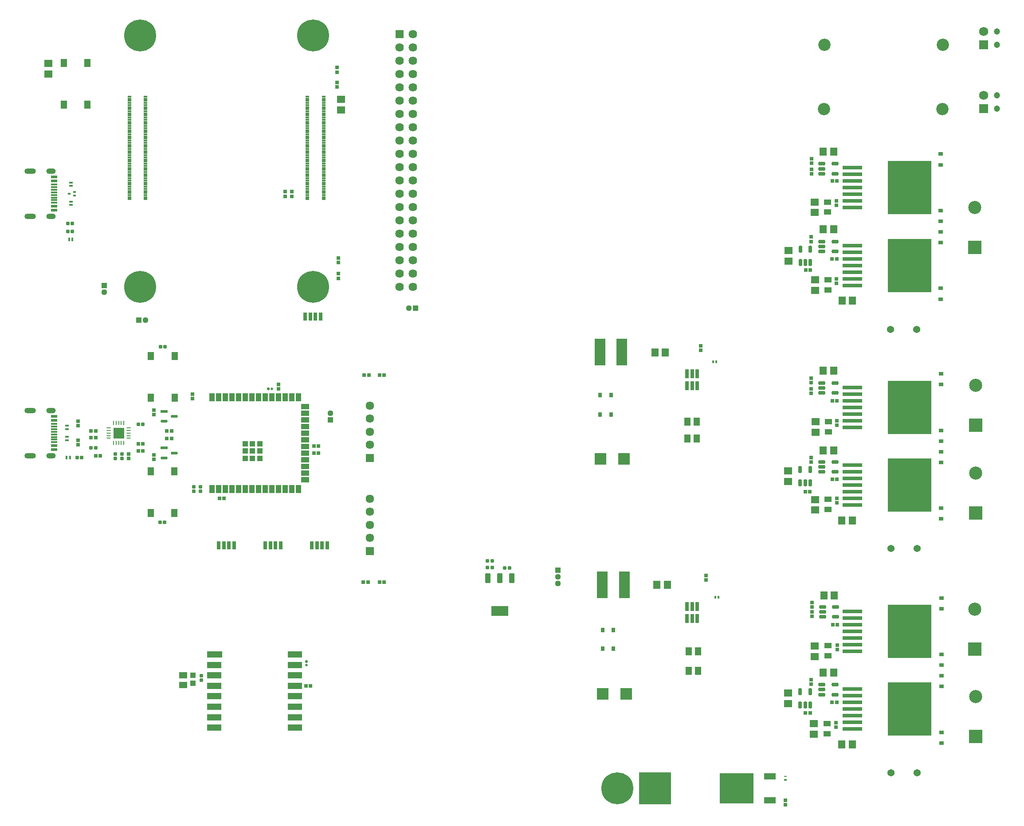
<source format=gts>
G04*
G04 #@! TF.GenerationSoftware,Altium Limited,Altium Designer,26.1.1 (7)*
G04*
G04 Layer_Color=8388736*
%FSLAX25Y25*%
%MOIN*%
G70*
G04*
G04 #@! TF.SameCoordinates,3E101659-1531-44DD-BC6F-E1116C570119*
G04*
G04*
G04 #@! TF.FilePolarity,Negative*
G04*
G01*
G75*
%ADD20R,0.05200X0.05900*%
%ADD21R,0.14600X0.03000*%
%ADD22R,0.03700X0.03000*%
%ADD23R,0.08661X0.04724*%
%ADD24R,0.02200X0.01200*%
%ADD38R,0.25197X0.22835*%
%ADD41R,0.05900X0.05200*%
%ADD43R,0.32500X0.40400*%
%ADD44R,0.03000X0.03700*%
%ADD46R,0.08600X0.08800*%
%ADD51R,0.02600X0.06100*%
%ADD55R,0.05118X0.06102*%
%ADD57R,0.05343X0.02253*%
G04:AMPARAMS|DCode=58|XSize=53.43mil|YSize=22.53mil|CornerRadius=11.26mil|HoleSize=0mil|Usage=FLASHONLY|Rotation=0.000|XOffset=0mil|YOffset=0mil|HoleType=Round|Shape=RoundedRectangle|*
%AMROUNDEDRECTD58*
21,1,0.05343,0.00000,0,0,0.0*
21,1,0.03091,0.02253,0,0,0.0*
1,1,0.02253,0.01545,0.00000*
1,1,0.02253,-0.01545,0.00000*
1,1,0.02253,-0.01545,0.00000*
1,1,0.02253,0.01545,0.00000*
%
%ADD58ROUNDEDRECTD58*%
%ADD59R,0.04528X0.01181*%
%ADD60R,0.04528X0.02362*%
G04:AMPARAMS|DCode=61|XSize=9.55mil|YSize=33.06mil|CornerRadius=4.77mil|HoleSize=0mil|Usage=FLASHONLY|Rotation=270.000|XOffset=0mil|YOffset=0mil|HoleType=Round|Shape=RoundedRectangle|*
%AMROUNDEDRECTD61*
21,1,0.00955,0.02351,0,0,270.0*
21,1,0.00000,0.03306,0,0,270.0*
1,1,0.00955,-0.01176,0.00000*
1,1,0.00955,-0.01176,0.00000*
1,1,0.00955,0.01176,0.00000*
1,1,0.00955,0.01176,0.00000*
%
%ADD61ROUNDEDRECTD61*%
G04:AMPARAMS|DCode=62|XSize=33.06mil|YSize=9.55mil|CornerRadius=4.77mil|HoleSize=0mil|Usage=FLASHONLY|Rotation=270.000|XOffset=0mil|YOffset=0mil|HoleType=Round|Shape=RoundedRectangle|*
%AMROUNDEDRECTD62*
21,1,0.03306,0.00000,0,0,270.0*
21,1,0.02351,0.00955,0,0,270.0*
1,1,0.00955,0.00000,-0.01176*
1,1,0.00955,0.00000,0.01176*
1,1,0.00955,0.00000,0.01176*
1,1,0.00955,0.00000,-0.01176*
%
%ADD62ROUNDEDRECTD62*%
%ADD63R,0.00955X0.03306*%
%ADD68R,0.05100X0.06100*%
%ADD69R,0.02000X0.01000*%
G04:AMPARAMS|DCode=70|XSize=18.96mil|YSize=19.75mil|CornerRadius=5.74mil|HoleSize=0mil|Usage=FLASHONLY|Rotation=90.000|XOffset=0mil|YOffset=0mil|HoleType=Round|Shape=RoundedRectangle|*
%AMROUNDEDRECTD70*
21,1,0.01896,0.00827,0,0,90.0*
21,1,0.00748,0.01975,0,0,90.0*
1,1,0.01148,0.00413,0.00374*
1,1,0.01148,0.00413,-0.00374*
1,1,0.01148,-0.00413,-0.00374*
1,1,0.01148,-0.00413,0.00374*
%
%ADD70ROUNDEDRECTD70*%
G04:AMPARAMS|DCode=71|XSize=16.99mil|YSize=19.75mil|CornerRadius=5.25mil|HoleSize=0mil|Usage=FLASHONLY|Rotation=90.000|XOffset=0mil|YOffset=0mil|HoleType=Round|Shape=RoundedRectangle|*
%AMROUNDEDRECTD71*
21,1,0.01699,0.00925,0,0,90.0*
21,1,0.00650,0.01975,0,0,90.0*
1,1,0.01050,0.00463,0.00325*
1,1,0.01050,0.00463,-0.00325*
1,1,0.01050,-0.00463,-0.00325*
1,1,0.01050,-0.00463,0.00325*
%
%ADD71ROUNDEDRECTD71*%
%ADD72R,0.11424X0.04731*%
%ADD73R,0.10636X0.04731*%
%ADD74R,0.02526X0.02762*%
%ADD75R,0.04219X0.04337*%
G04:AMPARAMS|DCode=76|XSize=47.31mil|YSize=62.27mil|CornerRadius=7.41mil|HoleSize=0mil|Usage=FLASHONLY|Rotation=90.000|XOffset=0mil|YOffset=0mil|HoleType=Round|Shape=RoundedRectangle|*
%AMROUNDEDRECTD76*
21,1,0.04731,0.04744,0,0,90.0*
21,1,0.03248,0.06227,0,0,90.0*
1,1,0.01483,0.02372,0.01624*
1,1,0.01483,0.02372,-0.01624*
1,1,0.01483,-0.02372,-0.01624*
1,1,0.01483,-0.02372,0.01624*
%
%ADD76ROUNDEDRECTD76*%
G04:AMPARAMS|DCode=77|XSize=27.62mil|YSize=25.26mil|CornerRadius=7.63mil|HoleSize=0mil|Usage=FLASHONLY|Rotation=180.000|XOffset=0mil|YOffset=0mil|HoleType=Round|Shape=RoundedRectangle|*
%AMROUNDEDRECTD77*
21,1,0.02762,0.00999,0,0,180.0*
21,1,0.01235,0.02526,0,0,180.0*
1,1,0.01527,-0.00618,0.00500*
1,1,0.01527,0.00618,0.00500*
1,1,0.01527,0.00618,-0.00500*
1,1,0.01527,-0.00618,-0.00500*
%
%ADD77ROUNDEDRECTD77*%
%ADD78R,0.02762X0.02526*%
G04:AMPARAMS|DCode=79|XSize=18.96mil|YSize=19.75mil|CornerRadius=5.74mil|HoleSize=0mil|Usage=FLASHONLY|Rotation=180.000|XOffset=0mil|YOffset=0mil|HoleType=Round|Shape=RoundedRectangle|*
%AMROUNDEDRECTD79*
21,1,0.01896,0.00827,0,0,180.0*
21,1,0.00748,0.01975,0,0,180.0*
1,1,0.01148,-0.00374,0.00413*
1,1,0.01148,0.00374,0.00413*
1,1,0.01148,0.00374,-0.00413*
1,1,0.01148,-0.00374,-0.00413*
%
%ADD79ROUNDEDRECTD79*%
G04:AMPARAMS|DCode=80|XSize=16.99mil|YSize=19.75mil|CornerRadius=5.25mil|HoleSize=0mil|Usage=FLASHONLY|Rotation=180.000|XOffset=0mil|YOffset=0mil|HoleType=Round|Shape=RoundedRectangle|*
%AMROUNDEDRECTD80*
21,1,0.01699,0.00925,0,0,180.0*
21,1,0.00650,0.01975,0,0,180.0*
1,1,0.01050,-0.00325,0.00463*
1,1,0.01050,0.00325,0.00463*
1,1,0.01050,0.00325,-0.00463*
1,1,0.01050,-0.00325,-0.00463*
%
%ADD80ROUNDEDRECTD80*%
G04:AMPARAMS|DCode=81|XSize=39.43mil|YSize=72.9mil|CornerRadius=3.95mil|HoleSize=0mil|Usage=FLASHONLY|Rotation=0.000|XOffset=0mil|YOffset=0mil|HoleType=Round|Shape=RoundedRectangle|*
%AMROUNDEDRECTD81*
21,1,0.03943,0.06500,0,0,0.0*
21,1,0.03154,0.07290,0,0,0.0*
1,1,0.00790,0.01577,-0.03250*
1,1,0.00790,-0.01577,-0.03250*
1,1,0.00790,-0.01577,0.03250*
1,1,0.00790,0.01577,0.03250*
%
%ADD81ROUNDEDRECTD81*%
G04:AMPARAMS|DCode=82|XSize=129.98mil|YSize=72.9mil|CornerRadius=4.07mil|HoleSize=0mil|Usage=FLASHONLY|Rotation=0.000|XOffset=0mil|YOffset=0mil|HoleType=Round|Shape=RoundedRectangle|*
%AMROUNDEDRECTD82*
21,1,0.12998,0.06476,0,0,0.0*
21,1,0.12185,0.07290,0,0,0.0*
1,1,0.00813,0.06093,-0.03238*
1,1,0.00813,-0.06093,-0.03238*
1,1,0.00813,-0.06093,0.03238*
1,1,0.00813,0.06093,0.03238*
%
%ADD82ROUNDEDRECTD82*%
%ADD83R,0.03156X0.01187*%
G04:AMPARAMS|DCode=84|XSize=51.64mil|YSize=27.23mil|CornerRadius=7.81mil|HoleSize=0mil|Usage=FLASHONLY|Rotation=90.000|XOffset=0mil|YOffset=0mil|HoleType=Round|Shape=RoundedRectangle|*
%AMROUNDEDRECTD84*
21,1,0.05164,0.01161,0,0,90.0*
21,1,0.03602,0.02723,0,0,90.0*
1,1,0.01561,0.00581,0.01801*
1,1,0.01561,0.00581,-0.01801*
1,1,0.01561,-0.00581,-0.01801*
1,1,0.01561,-0.00581,0.01801*
%
%ADD84ROUNDEDRECTD84*%
G04:AMPARAMS|DCode=85|XSize=51.64mil|YSize=27.23mil|CornerRadius=7.81mil|HoleSize=0mil|Usage=FLASHONLY|Rotation=0.000|XOffset=0mil|YOffset=0mil|HoleType=Round|Shape=RoundedRectangle|*
%AMROUNDEDRECTD85*
21,1,0.05164,0.01161,0,0,0.0*
21,1,0.03602,0.02723,0,0,0.0*
1,1,0.01561,0.01801,-0.00581*
1,1,0.01561,-0.01801,-0.00581*
1,1,0.01561,-0.01801,0.00581*
1,1,0.01561,0.01801,0.00581*
%
%ADD85ROUNDEDRECTD85*%
%ADD86R,0.05833X0.04022*%
G04:AMPARAMS|DCode=87|XSize=47.31mil|YSize=62.27mil|CornerRadius=7.41mil|HoleSize=0mil|Usage=FLASHONLY|Rotation=0.000|XOffset=0mil|YOffset=0mil|HoleType=Round|Shape=RoundedRectangle|*
%AMROUNDEDRECTD87*
21,1,0.04731,0.04744,0,0,0.0*
21,1,0.03248,0.06227,0,0,0.0*
1,1,0.01483,0.01624,-0.02372*
1,1,0.01483,-0.01624,-0.02372*
1,1,0.01483,-0.01624,0.02372*
1,1,0.01483,0.01624,0.02372*
%
%ADD87ROUNDEDRECTD87*%
%ADD88R,0.07880X0.20479*%
%ADD89R,0.02600X0.06600*%
G04:AMPARAMS|DCode=90|XSize=27.62mil|YSize=25.26mil|CornerRadius=7.63mil|HoleSize=0mil|Usage=FLASHONLY|Rotation=90.000|XOffset=0mil|YOffset=0mil|HoleType=Round|Shape=RoundedRectangle|*
%AMROUNDEDRECTD90*
21,1,0.02762,0.00999,0,0,90.0*
21,1,0.01235,0.02526,0,0,90.0*
1,1,0.01527,0.00500,0.00618*
1,1,0.01527,0.00500,-0.00618*
1,1,0.01527,-0.00500,-0.00618*
1,1,0.01527,-0.00500,0.00618*
%
%ADD90ROUNDEDRECTD90*%
%ADD91R,0.01646X0.01975*%
%ADD92R,0.03943X0.03943*%
%ADD93R,0.03943X0.06306*%
%ADD94R,0.06306X0.03943*%
%ADD95R,0.02762X0.03156*%
%ADD96R,0.08071X0.08071*%
%ADD97R,0.02762X0.01778*%
%ADD98R,0.01778X0.02762*%
%ADD99R,0.03156X0.02762*%
G04:AMPARAMS|DCode=100|XSize=22.11mil|YSize=11.87mil|CornerRadius=2.98mil|HoleSize=0mil|Usage=FLASHONLY|Rotation=0.000|XOffset=0mil|YOffset=0mil|HoleType=Round|Shape=RoundedRectangle|*
%AMROUNDEDRECTD100*
21,1,0.02211,0.00591,0,0,0.0*
21,1,0.01614,0.01187,0,0,0.0*
1,1,0.00597,0.00807,-0.00295*
1,1,0.00597,-0.00807,-0.00295*
1,1,0.00597,-0.00807,0.00295*
1,1,0.00597,0.00807,0.00295*
%
%ADD100ROUNDEDRECTD100*%
%ADD101C,0.05400*%
%ADD102C,0.24016*%
%ADD103C,0.04731*%
%ADD104C,0.06896*%
%ADD105R,0.06896X0.06896*%
%ADD106C,0.06400*%
%ADD107R,0.06400X0.06400*%
%ADD108R,0.09849X0.09849*%
%ADD109C,0.09849*%
%ADD110C,0.09258*%
%ADD111C,0.24022*%
%ADD112R,0.24022X0.24022*%
%ADD113C,0.04400*%
%ADD114R,0.04400X0.04400*%
%ADD115C,0.06337*%
%ADD116R,0.06337X0.06337*%
G04:AMPARAMS|DCode=117|XSize=39.37mil|YSize=70.87mil|CornerRadius=19.68mil|HoleSize=0mil|Usage=FLASHONLY|Rotation=270.000|XOffset=0mil|YOffset=0mil|HoleType=Round|Shape=RoundedRectangle|*
%AMROUNDEDRECTD117*
21,1,0.03937,0.03150,0,0,270.0*
21,1,0.00000,0.07087,0,0,270.0*
1,1,0.03937,-0.01575,0.00000*
1,1,0.03937,-0.01575,0.00000*
1,1,0.03937,0.01575,0.00000*
1,1,0.03937,0.01575,0.00000*
%
%ADD117ROUNDEDRECTD117*%
G04:AMPARAMS|DCode=118|XSize=39.37mil|YSize=86.61mil|CornerRadius=19.68mil|HoleSize=0mil|Usage=FLASHONLY|Rotation=270.000|XOffset=0mil|YOffset=0mil|HoleType=Round|Shape=RoundedRectangle|*
%AMROUNDEDRECTD118*
21,1,0.03937,0.04724,0,0,270.0*
21,1,0.00000,0.08661,0,0,270.0*
1,1,0.03937,-0.02362,0.00000*
1,1,0.03937,-0.02362,0.00000*
1,1,0.03937,0.02362,0.00000*
1,1,0.03937,0.02362,0.00000*
%
%ADD118ROUNDEDRECTD118*%
%ADD119R,0.04400X0.04400*%
D20*
X685450Y394100D02*
D03*
Y226000D02*
D03*
X685550Y559600D02*
D03*
X671450Y506800D02*
D03*
X663550D02*
D03*
X677550Y394100D02*
D03*
X671450Y280000D02*
D03*
X663550D02*
D03*
X671950Y338000D02*
D03*
X664050D02*
D03*
X677550Y226000D02*
D03*
X538550Y346000D02*
D03*
X546450D02*
D03*
X537050Y520500D02*
D03*
X544950D02*
D03*
X663550Y447000D02*
D03*
X671450D02*
D03*
X663450Y613100D02*
D03*
X671350D02*
D03*
X663600Y671500D02*
D03*
X671500D02*
D03*
X677650Y559600D02*
D03*
D21*
X685445Y296000D02*
D03*
Y237500D02*
D03*
Y405800D02*
D03*
Y464300D02*
D03*
X685458Y629500D02*
D03*
X685445Y571000D02*
D03*
Y301000D02*
D03*
Y306000D02*
D03*
Y311000D02*
D03*
Y316000D02*
D03*
Y321000D02*
D03*
Y326000D02*
D03*
Y242500D02*
D03*
Y247500D02*
D03*
Y252500D02*
D03*
Y257500D02*
D03*
Y262500D02*
D03*
Y267500D02*
D03*
Y410800D02*
D03*
Y415800D02*
D03*
Y420800D02*
D03*
Y425800D02*
D03*
Y430800D02*
D03*
Y435800D02*
D03*
Y469300D02*
D03*
Y474300D02*
D03*
Y479300D02*
D03*
Y484300D02*
D03*
Y489300D02*
D03*
Y494300D02*
D03*
X685458Y634500D02*
D03*
Y639500D02*
D03*
Y644500D02*
D03*
Y649500D02*
D03*
Y654500D02*
D03*
Y659500D02*
D03*
X685445Y576000D02*
D03*
Y581000D02*
D03*
Y586000D02*
D03*
Y591000D02*
D03*
Y596000D02*
D03*
Y601000D02*
D03*
D22*
X752500Y285450D02*
D03*
Y277550D02*
D03*
X752000Y446050D02*
D03*
Y453950D02*
D03*
X751700Y611250D02*
D03*
Y619150D02*
D03*
X752000Y403550D02*
D03*
Y395450D02*
D03*
X752500Y327950D02*
D03*
Y336050D02*
D03*
Y293550D02*
D03*
Y269450D02*
D03*
Y235050D02*
D03*
Y226950D02*
D03*
X752000Y437950D02*
D03*
Y462050D02*
D03*
Y496450D02*
D03*
Y504550D02*
D03*
X751700Y560650D02*
D03*
Y568750D02*
D03*
Y669750D02*
D03*
Y661650D02*
D03*
Y603150D02*
D03*
Y627250D02*
D03*
D23*
X623402Y201976D02*
D03*
Y184024D02*
D03*
D24*
X635000Y199250D02*
D03*
D38*
X598598Y193000D02*
D03*
D41*
X657500Y410050D02*
D03*
Y402150D02*
D03*
X657000Y299950D02*
D03*
Y292050D02*
D03*
X637000Y264450D02*
D03*
Y256550D02*
D03*
X656600Y241450D02*
D03*
Y233550D02*
D03*
X657800Y468550D02*
D03*
Y460650D02*
D03*
X637000Y431450D02*
D03*
Y423550D02*
D03*
X637400Y589350D02*
D03*
Y597250D02*
D03*
X657400Y567250D02*
D03*
Y575150D02*
D03*
X657000Y625750D02*
D03*
Y633650D02*
D03*
X301000Y710950D02*
D03*
Y703050D02*
D03*
X81000Y730050D02*
D03*
Y737950D02*
D03*
D43*
X728387Y311000D02*
D03*
Y252500D02*
D03*
Y420800D02*
D03*
Y479300D02*
D03*
X728400Y644500D02*
D03*
X728387Y586000D02*
D03*
D44*
X504050Y488500D02*
D03*
X495950D02*
D03*
X504050Y474000D02*
D03*
X495950D02*
D03*
X505850Y311800D02*
D03*
X497750D02*
D03*
X505950Y298000D02*
D03*
X497850D02*
D03*
D46*
X513900Y440500D02*
D03*
X496100D02*
D03*
X515500Y264000D02*
D03*
X497700D02*
D03*
D51*
X290905Y375410D02*
D03*
X286968D02*
D03*
X283032D02*
D03*
X279095D02*
D03*
X255906D02*
D03*
X251969D02*
D03*
X248031D02*
D03*
X244094D02*
D03*
X220905D02*
D03*
X216968D02*
D03*
X213032D02*
D03*
X209095D02*
D03*
X285906Y547410D02*
D03*
X281968D02*
D03*
X278031D02*
D03*
X274095D02*
D03*
D55*
X158142Y399850D02*
D03*
Y431150D02*
D03*
X175858Y399850D02*
D03*
Y431150D02*
D03*
X158283Y486500D02*
D03*
Y517799D02*
D03*
X176000Y486500D02*
D03*
Y517799D02*
D03*
D57*
X168258Y448740D02*
D03*
Y476240D02*
D03*
D58*
Y441260D02*
D03*
X175742Y445000D02*
D03*
X168258Y468760D02*
D03*
X175742Y472500D02*
D03*
D59*
X85484Y466890D02*
D03*
Y464921D02*
D03*
Y462953D02*
D03*
Y460984D02*
D03*
Y459016D02*
D03*
Y457047D02*
D03*
Y455079D02*
D03*
Y453110D02*
D03*
Y646890D02*
D03*
Y644921D02*
D03*
Y642953D02*
D03*
Y640984D02*
D03*
Y639016D02*
D03*
Y637047D02*
D03*
Y635079D02*
D03*
Y633110D02*
D03*
D60*
Y450551D02*
D03*
Y469449D02*
D03*
Y472598D02*
D03*
Y447402D02*
D03*
Y630551D02*
D03*
Y649449D02*
D03*
Y652598D02*
D03*
Y627402D02*
D03*
D61*
X141541Y463937D02*
D03*
Y461969D02*
D03*
Y460000D02*
D03*
Y458032D02*
D03*
Y456063D02*
D03*
X126459D02*
D03*
Y458032D02*
D03*
Y460000D02*
D03*
Y461969D02*
D03*
Y463937D02*
D03*
D62*
X137937Y452459D02*
D03*
X135968D02*
D03*
X134000D02*
D03*
X132032D02*
D03*
X130063D02*
D03*
Y467541D02*
D03*
X132032D02*
D03*
X134000D02*
D03*
X135968D02*
D03*
D63*
X137937D02*
D03*
D68*
X92742Y706850D02*
D03*
X110458D02*
D03*
Y738150D02*
D03*
X92742D02*
D03*
D69*
X635000Y201950D02*
D03*
D70*
X274978Y288147D02*
D03*
D71*
Y285646D02*
D03*
D72*
X206079Y293559D02*
D03*
D73*
X205685Y285685D02*
D03*
Y277811D02*
D03*
Y269937D02*
D03*
Y262063D02*
D03*
Y254189D02*
D03*
Y246315D02*
D03*
Y238441D02*
D03*
X266315D02*
D03*
Y246315D02*
D03*
Y254189D02*
D03*
Y262063D02*
D03*
Y269937D02*
D03*
Y277811D02*
D03*
Y285685D02*
D03*
Y293559D02*
D03*
D74*
X278102Y270000D02*
D03*
X274700D02*
D03*
X280899Y444800D02*
D03*
X284301D02*
D03*
X280899Y450200D02*
D03*
X284301D02*
D03*
X674193Y316000D02*
D03*
X670807D02*
D03*
X673693Y257500D02*
D03*
X670307D02*
D03*
X650307Y249500D02*
D03*
X653693D02*
D03*
X673793Y484300D02*
D03*
X670407D02*
D03*
X650114Y416000D02*
D03*
X653500D02*
D03*
X673793Y425200D02*
D03*
X670407D02*
D03*
X116799Y443000D02*
D03*
X120201D02*
D03*
X209799Y411000D02*
D03*
X213201D02*
D03*
X333401Y503500D02*
D03*
X329999D02*
D03*
X333402Y348000D02*
D03*
X330000D02*
D03*
X173701Y456000D02*
D03*
X170299D02*
D03*
Y461500D02*
D03*
X173701D02*
D03*
X113299Y456500D02*
D03*
X116701D02*
D03*
X113299Y461500D02*
D03*
X116701D02*
D03*
X152201Y446600D02*
D03*
X148799D02*
D03*
X148800Y451800D02*
D03*
X152202D02*
D03*
X653700Y582400D02*
D03*
X650314D02*
D03*
X670307Y591000D02*
D03*
X673693D02*
D03*
X670400Y649500D02*
D03*
X673786D02*
D03*
D75*
X189887Y272044D02*
D03*
Y277832D02*
D03*
D76*
X182369Y270594D02*
D03*
Y277799D02*
D03*
D77*
X196000Y274307D02*
D03*
Y277693D02*
D03*
X136500Y444193D02*
D03*
Y440807D02*
D03*
X131500Y444193D02*
D03*
Y440807D02*
D03*
X195500Y419693D02*
D03*
Y416307D02*
D03*
X190500Y419693D02*
D03*
Y416307D02*
D03*
D78*
X254100Y496501D02*
D03*
Y493099D02*
D03*
X259200Y641401D02*
D03*
Y637999D02*
D03*
X264100Y641401D02*
D03*
Y637999D02*
D03*
X635000Y180607D02*
D03*
Y183993D02*
D03*
X654500Y497800D02*
D03*
Y501186D02*
D03*
X655000Y325693D02*
D03*
Y322307D02*
D03*
X674000Y300693D02*
D03*
Y297307D02*
D03*
X654500Y271307D02*
D03*
Y274693D02*
D03*
X673000Y242193D02*
D03*
Y238807D02*
D03*
X655000Y329307D02*
D03*
Y332693D02*
D03*
X571500Y522307D02*
D03*
Y525693D02*
D03*
X575400Y349507D02*
D03*
Y352893D02*
D03*
X673900Y469293D02*
D03*
Y465907D02*
D03*
X654500Y493186D02*
D03*
Y489800D02*
D03*
Y438307D02*
D03*
Y441693D02*
D03*
X673700Y410800D02*
D03*
Y407414D02*
D03*
X141500Y440799D02*
D03*
Y444201D02*
D03*
X189500Y485799D02*
D03*
Y489201D02*
D03*
X160500Y440299D02*
D03*
Y443701D02*
D03*
Y473799D02*
D03*
Y477201D02*
D03*
X103500Y468900D02*
D03*
Y465498D02*
D03*
X103600Y451299D02*
D03*
Y454701D02*
D03*
X654600Y607393D02*
D03*
Y604007D02*
D03*
X654700Y654907D02*
D03*
Y658293D02*
D03*
Y666193D02*
D03*
Y662807D02*
D03*
X673500Y572614D02*
D03*
Y576000D02*
D03*
X673600Y631114D02*
D03*
Y634500D02*
D03*
X299000Y591693D02*
D03*
Y588307D02*
D03*
X298000Y723693D02*
D03*
Y720307D02*
D03*
D79*
X246593Y493226D02*
D03*
D80*
X249094D02*
D03*
D81*
X429555Y350803D02*
D03*
X420500D02*
D03*
X411445D02*
D03*
D82*
X420500Y326197D02*
D03*
D83*
X275905Y712913D02*
D03*
X288032D02*
D03*
X275905Y711339D02*
D03*
X288032D02*
D03*
X275905Y709764D02*
D03*
X288032D02*
D03*
X275905Y708189D02*
D03*
X288032D02*
D03*
X275905Y706614D02*
D03*
X288032D02*
D03*
X275905Y705039D02*
D03*
X288032D02*
D03*
X275905Y703465D02*
D03*
X288032D02*
D03*
X275905Y701890D02*
D03*
X288032D02*
D03*
X275905Y700315D02*
D03*
X288032D02*
D03*
X275905Y698740D02*
D03*
X288032D02*
D03*
X275905Y697165D02*
D03*
X288032D02*
D03*
X275905Y695590D02*
D03*
X288032D02*
D03*
X275905Y694016D02*
D03*
X288032D02*
D03*
X275905Y692441D02*
D03*
X288032D02*
D03*
X275905Y690866D02*
D03*
X288032D02*
D03*
X275905Y689291D02*
D03*
X288032D02*
D03*
X275905Y687716D02*
D03*
X288032D02*
D03*
X275905Y686142D02*
D03*
X288032D02*
D03*
X275905Y684567D02*
D03*
X288032D02*
D03*
X275905Y682992D02*
D03*
X288032D02*
D03*
X275905Y681417D02*
D03*
X288032D02*
D03*
X275905Y679843D02*
D03*
X288032D02*
D03*
X275905Y678268D02*
D03*
X288032D02*
D03*
X275905Y676693D02*
D03*
X288032D02*
D03*
X275905Y675118D02*
D03*
X288032D02*
D03*
X275905Y673543D02*
D03*
X288032D02*
D03*
X275905Y671969D02*
D03*
X288032D02*
D03*
X275905Y670394D02*
D03*
X288032D02*
D03*
X275905Y668819D02*
D03*
X288032D02*
D03*
X275905Y667244D02*
D03*
X288032D02*
D03*
X275905Y665669D02*
D03*
X288032D02*
D03*
X275905Y664094D02*
D03*
X288032D02*
D03*
X275905Y662520D02*
D03*
X288032D02*
D03*
X275905Y660945D02*
D03*
X288032D02*
D03*
X275905Y659370D02*
D03*
X288032D02*
D03*
X275905Y657795D02*
D03*
X288032D02*
D03*
X275905Y656220D02*
D03*
X288032D02*
D03*
X275905Y654646D02*
D03*
X288032D02*
D03*
X275905Y653071D02*
D03*
X288032D02*
D03*
X275905Y651496D02*
D03*
X288032D02*
D03*
X275905Y649921D02*
D03*
X288032D02*
D03*
X275905Y648347D02*
D03*
X288032D02*
D03*
X275905Y646772D02*
D03*
X288032D02*
D03*
X275905Y645197D02*
D03*
X288032D02*
D03*
X275905Y643622D02*
D03*
X288032D02*
D03*
X275905Y642047D02*
D03*
X288032D02*
D03*
X275905Y640472D02*
D03*
X288032D02*
D03*
X275905Y638898D02*
D03*
X288032D02*
D03*
X275905Y637323D02*
D03*
X288032D02*
D03*
X275905Y635748D02*
D03*
X288032D02*
D03*
X142047Y712913D02*
D03*
X154173D02*
D03*
X142047Y711339D02*
D03*
X154173D02*
D03*
X142047Y709764D02*
D03*
X154173D02*
D03*
X142047Y708189D02*
D03*
X154173D02*
D03*
X142047Y706614D02*
D03*
X154173D02*
D03*
X142047Y705039D02*
D03*
X154173D02*
D03*
X142047Y703465D02*
D03*
X154173D02*
D03*
X142047Y701890D02*
D03*
X154173D02*
D03*
X142047Y700315D02*
D03*
X154173D02*
D03*
X142047Y698740D02*
D03*
X154173D02*
D03*
X142047Y697165D02*
D03*
X154173D02*
D03*
X142047Y695591D02*
D03*
X154173D02*
D03*
X142047Y694016D02*
D03*
X154173D02*
D03*
X142047Y692441D02*
D03*
X154173D02*
D03*
X142047Y690866D02*
D03*
X154173D02*
D03*
X142047Y689291D02*
D03*
X154173D02*
D03*
X142047Y687717D02*
D03*
X154173D02*
D03*
X142047Y686142D02*
D03*
X154173D02*
D03*
X142047Y684567D02*
D03*
X154173D02*
D03*
X142047Y682992D02*
D03*
X154173D02*
D03*
X142047Y681417D02*
D03*
X154173D02*
D03*
X142047Y679843D02*
D03*
X154173D02*
D03*
X142047Y678268D02*
D03*
X154173D02*
D03*
X142047Y676693D02*
D03*
X154173D02*
D03*
X142047Y675118D02*
D03*
X154173D02*
D03*
X142047Y673543D02*
D03*
X154173D02*
D03*
X142047Y671969D02*
D03*
X154173D02*
D03*
X142047Y670394D02*
D03*
X154173D02*
D03*
X142047Y668819D02*
D03*
X154173D02*
D03*
X142047Y667244D02*
D03*
X154173D02*
D03*
X142047Y665669D02*
D03*
X154173D02*
D03*
X142047Y664094D02*
D03*
X154173D02*
D03*
X142047Y662520D02*
D03*
X154173D02*
D03*
X142047Y660945D02*
D03*
X154173D02*
D03*
X142047Y659370D02*
D03*
X154173D02*
D03*
X142047Y657795D02*
D03*
X154173D02*
D03*
X142047Y656220D02*
D03*
X154173D02*
D03*
X142047Y654646D02*
D03*
X154173D02*
D03*
X142047Y653071D02*
D03*
X154173D02*
D03*
X142047Y651496D02*
D03*
X154173D02*
D03*
X142047Y649921D02*
D03*
X154173D02*
D03*
X142047Y648347D02*
D03*
X154173D02*
D03*
X142047Y646772D02*
D03*
X154173D02*
D03*
X142047Y645197D02*
D03*
X154173D02*
D03*
X142047Y643622D02*
D03*
X154173D02*
D03*
X142047Y642047D02*
D03*
X154173D02*
D03*
X142047Y640473D02*
D03*
X154173D02*
D03*
X142047Y638898D02*
D03*
X154173D02*
D03*
X142047Y637323D02*
D03*
X154173D02*
D03*
X142047Y635748D02*
D03*
X154173D02*
D03*
D84*
X646360Y598241D02*
D03*
X653840D02*
D03*
Y588359D02*
D03*
X650100D02*
D03*
X646360D02*
D03*
X646260Y265441D02*
D03*
X653740D02*
D03*
Y255559D02*
D03*
X650000D02*
D03*
X646260D02*
D03*
Y432441D02*
D03*
X653740D02*
D03*
Y422559D02*
D03*
X650000D02*
D03*
X646260D02*
D03*
D85*
X672341Y604040D02*
D03*
Y596560D02*
D03*
X662459D02*
D03*
Y600300D02*
D03*
Y604040D02*
D03*
X672941Y329240D02*
D03*
Y321760D02*
D03*
X663059D02*
D03*
Y325500D02*
D03*
Y329240D02*
D03*
X672400Y270800D02*
D03*
Y263320D02*
D03*
X662518D02*
D03*
Y267060D02*
D03*
Y270800D02*
D03*
X672441Y497540D02*
D03*
Y490060D02*
D03*
X662559D02*
D03*
Y493800D02*
D03*
Y497540D02*
D03*
X672441Y438240D02*
D03*
Y430760D02*
D03*
X662559D02*
D03*
Y434500D02*
D03*
Y438240D02*
D03*
X672441Y662440D02*
D03*
Y654960D02*
D03*
X662559D02*
D03*
Y658700D02*
D03*
Y662440D02*
D03*
D86*
X667100Y300060D02*
D03*
Y292540D02*
D03*
X666400Y241460D02*
D03*
Y233940D02*
D03*
X667400Y468560D02*
D03*
Y461040D02*
D03*
X667200Y410060D02*
D03*
Y402540D02*
D03*
X667000Y567640D02*
D03*
Y575160D02*
D03*
X666900Y626140D02*
D03*
Y633660D02*
D03*
D87*
X568602Y468500D02*
D03*
X561398D02*
D03*
X568602Y456000D02*
D03*
X561398D02*
D03*
X569602Y281100D02*
D03*
X562398D02*
D03*
X569602Y296000D02*
D03*
X562398D02*
D03*
D88*
X514068Y345800D02*
D03*
X497532D02*
D03*
X512268Y521000D02*
D03*
X495732D02*
D03*
D89*
X561260Y495400D02*
D03*
X565000D02*
D03*
X568740D02*
D03*
Y504600D02*
D03*
X565000D02*
D03*
X561260D02*
D03*
Y329600D02*
D03*
X565000D02*
D03*
X568740D02*
D03*
Y320400D02*
D03*
X565000D02*
D03*
X561260D02*
D03*
D90*
X427693Y358500D02*
D03*
X424307D02*
D03*
X411307Y359000D02*
D03*
X414693D02*
D03*
X411307Y364000D02*
D03*
X414693D02*
D03*
X165107Y392900D02*
D03*
X168493D02*
D03*
X165414Y524800D02*
D03*
X168800D02*
D03*
X106193Y441500D02*
D03*
X102807D02*
D03*
X152193Y466500D02*
D03*
X148807D02*
D03*
X113307Y449000D02*
D03*
X116693D02*
D03*
X95907Y617500D02*
D03*
X99293D02*
D03*
X95907Y611500D02*
D03*
X99293D02*
D03*
D91*
X584800Y336600D02*
D03*
X582587D02*
D03*
X583106Y513500D02*
D03*
X580894D02*
D03*
D92*
X234512Y446488D02*
D03*
Y440976D02*
D03*
Y452000D02*
D03*
X240024Y440976D02*
D03*
Y446488D02*
D03*
Y452000D02*
D03*
X229000Y440976D02*
D03*
Y446488D02*
D03*
Y452000D02*
D03*
D93*
X204118Y417945D02*
D03*
X209118D02*
D03*
X214118D02*
D03*
X219118D02*
D03*
X224118D02*
D03*
X229118D02*
D03*
X234118D02*
D03*
X239118D02*
D03*
X244118D02*
D03*
X249118D02*
D03*
X254118D02*
D03*
X259118D02*
D03*
X264118D02*
D03*
X269118D02*
D03*
Y486842D02*
D03*
X264118D02*
D03*
X259118D02*
D03*
X254118D02*
D03*
X249118D02*
D03*
X244118D02*
D03*
X239118D02*
D03*
X234118D02*
D03*
X229118D02*
D03*
X224118D02*
D03*
X219118D02*
D03*
X214118D02*
D03*
X209118D02*
D03*
X204118D02*
D03*
D94*
X274039Y424894D02*
D03*
Y429894D02*
D03*
Y434894D02*
D03*
Y439894D02*
D03*
Y444894D02*
D03*
Y449894D02*
D03*
Y454894D02*
D03*
Y459894D02*
D03*
Y464894D02*
D03*
Y469894D02*
D03*
Y474894D02*
D03*
Y479894D02*
D03*
D95*
X322240Y503500D02*
D03*
X318500D02*
D03*
X317760Y348000D02*
D03*
X321500D02*
D03*
D96*
X134000Y460000D02*
D03*
D97*
X95000Y454521D02*
D03*
Y457080D02*
D03*
Y465480D02*
D03*
Y462921D02*
D03*
X98000Y648279D02*
D03*
Y645720D02*
D03*
Y631421D02*
D03*
Y633980D02*
D03*
D98*
X94820Y441400D02*
D03*
X97379D02*
D03*
X96720Y605500D02*
D03*
X99279D02*
D03*
D99*
X299000Y576130D02*
D03*
Y579870D02*
D03*
X298000Y731130D02*
D03*
Y734870D02*
D03*
D100*
X96853Y640000D02*
D03*
X100947Y641378D02*
D03*
Y638622D02*
D03*
D101*
X714500Y373300D02*
D03*
X714000Y538000D02*
D03*
X714315Y204500D02*
D03*
X734185Y373300D02*
D03*
X733685Y538000D02*
D03*
X734000Y204500D02*
D03*
D102*
X280000Y570000D02*
D03*
Y758976D02*
D03*
X150079Y570000D02*
D03*
Y758976D02*
D03*
D103*
X794000Y762000D02*
D03*
Y752000D02*
D03*
Y714000D02*
D03*
Y704000D02*
D03*
D104*
X784000Y762000D02*
D03*
Y714000D02*
D03*
D105*
Y752000D02*
D03*
Y704000D02*
D03*
D106*
X355000Y570000D02*
D03*
X345000D02*
D03*
X355000Y580000D02*
D03*
X345000D02*
D03*
X355000Y590000D02*
D03*
X345000D02*
D03*
X355000Y600000D02*
D03*
X345000D02*
D03*
X355000Y610000D02*
D03*
X345000D02*
D03*
X355000Y620000D02*
D03*
X345000D02*
D03*
X355000Y630000D02*
D03*
X345000D02*
D03*
X355000Y640000D02*
D03*
X345000D02*
D03*
X355000Y650000D02*
D03*
X345000D02*
D03*
X355000Y660000D02*
D03*
X345000D02*
D03*
X355000Y670000D02*
D03*
X345000D02*
D03*
X355000Y680000D02*
D03*
X345000D02*
D03*
X355000Y690000D02*
D03*
X345000D02*
D03*
X355000Y700000D02*
D03*
X345000D02*
D03*
X355000Y710000D02*
D03*
X345000D02*
D03*
X355000Y720000D02*
D03*
X345000D02*
D03*
X355000Y730000D02*
D03*
X345000D02*
D03*
X355000Y740000D02*
D03*
X345000D02*
D03*
X355000Y750000D02*
D03*
X345000D02*
D03*
X355000Y760000D02*
D03*
D107*
X345000D02*
D03*
D108*
X778000Y232000D02*
D03*
Y400000D02*
D03*
X777500Y599500D02*
D03*
Y297500D02*
D03*
X778000Y466000D02*
D03*
D109*
Y262000D02*
D03*
Y430000D02*
D03*
X777500Y629500D02*
D03*
Y327500D02*
D03*
X778000Y496000D02*
D03*
D110*
X664024Y703500D02*
D03*
X753000D02*
D03*
X664524Y752000D02*
D03*
X753500D02*
D03*
D111*
X508827Y193000D02*
D03*
D112*
X537173D02*
D03*
D113*
X464000Y347000D02*
D03*
Y352000D02*
D03*
X293000Y475000D02*
D03*
X154000Y545000D02*
D03*
X123000Y566000D02*
D03*
X352000Y554000D02*
D03*
D114*
X464000Y357000D02*
D03*
X293000Y470000D02*
D03*
X123000Y571000D02*
D03*
D115*
X322933Y391000D02*
D03*
Y400843D02*
D03*
Y381157D02*
D03*
Y410685D02*
D03*
Y480685D02*
D03*
Y451158D02*
D03*
Y470843D02*
D03*
Y461000D02*
D03*
D116*
Y371315D02*
D03*
Y441315D02*
D03*
D117*
X83220Y442992D02*
D03*
Y477008D02*
D03*
Y622992D02*
D03*
Y657008D02*
D03*
D118*
X67472Y442992D02*
D03*
Y477008D02*
D03*
Y622992D02*
D03*
Y657008D02*
D03*
D119*
X149000Y545000D02*
D03*
X357000Y554000D02*
D03*
M02*

</source>
